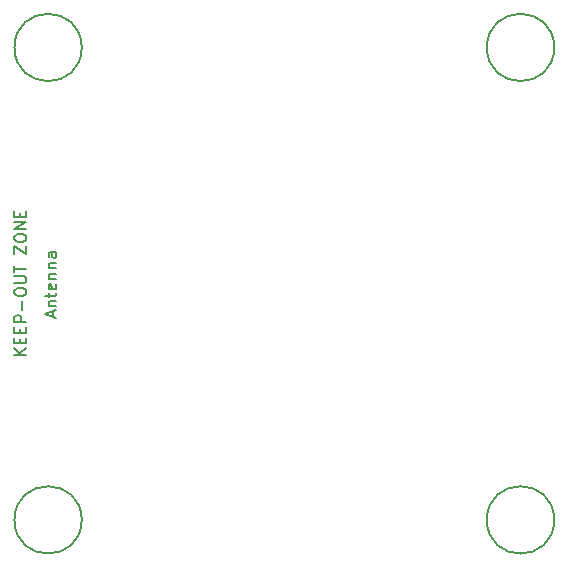
<source format=gbr>
%TF.GenerationSoftware,KiCad,Pcbnew,8.0.4*%
%TF.CreationDate,2024-07-28T20:40:06+02:00*%
%TF.ProjectId,DCWiFiSwitch,44435769-4669-4537-9769-7463682e6b69,rev?*%
%TF.SameCoordinates,Original*%
%TF.FileFunction,Other,Comment*%
%FSLAX46Y46*%
G04 Gerber Fmt 4.6, Leading zero omitted, Abs format (unit mm)*
G04 Created by KiCad (PCBNEW 8.0.4) date 2024-07-28 20:40:06*
%MOMM*%
%LPD*%
G01*
G04 APERTURE LIST*
%ADD10C,0.150000*%
G04 APERTURE END LIST*
D10*
X95419104Y-67821904D02*
X95419104Y-67345714D01*
X95704819Y-67917142D02*
X94704819Y-67583809D01*
X94704819Y-67583809D02*
X95704819Y-67250476D01*
X95038152Y-66917142D02*
X95704819Y-66917142D01*
X95133390Y-66917142D02*
X95085771Y-66869523D01*
X95085771Y-66869523D02*
X95038152Y-66774285D01*
X95038152Y-66774285D02*
X95038152Y-66631428D01*
X95038152Y-66631428D02*
X95085771Y-66536190D01*
X95085771Y-66536190D02*
X95181009Y-66488571D01*
X95181009Y-66488571D02*
X95704819Y-66488571D01*
X95038152Y-66155237D02*
X95038152Y-65774285D01*
X94704819Y-66012380D02*
X95561961Y-66012380D01*
X95561961Y-66012380D02*
X95657200Y-65964761D01*
X95657200Y-65964761D02*
X95704819Y-65869523D01*
X95704819Y-65869523D02*
X95704819Y-65774285D01*
X95657200Y-65059999D02*
X95704819Y-65155237D01*
X95704819Y-65155237D02*
X95704819Y-65345713D01*
X95704819Y-65345713D02*
X95657200Y-65440951D01*
X95657200Y-65440951D02*
X95561961Y-65488570D01*
X95561961Y-65488570D02*
X95181009Y-65488570D01*
X95181009Y-65488570D02*
X95085771Y-65440951D01*
X95085771Y-65440951D02*
X95038152Y-65345713D01*
X95038152Y-65345713D02*
X95038152Y-65155237D01*
X95038152Y-65155237D02*
X95085771Y-65059999D01*
X95085771Y-65059999D02*
X95181009Y-65012380D01*
X95181009Y-65012380D02*
X95276247Y-65012380D01*
X95276247Y-65012380D02*
X95371485Y-65488570D01*
X95038152Y-64583808D02*
X95704819Y-64583808D01*
X95133390Y-64583808D02*
X95085771Y-64536189D01*
X95085771Y-64536189D02*
X95038152Y-64440951D01*
X95038152Y-64440951D02*
X95038152Y-64298094D01*
X95038152Y-64298094D02*
X95085771Y-64202856D01*
X95085771Y-64202856D02*
X95181009Y-64155237D01*
X95181009Y-64155237D02*
X95704819Y-64155237D01*
X95038152Y-63679046D02*
X95704819Y-63679046D01*
X95133390Y-63679046D02*
X95085771Y-63631427D01*
X95085771Y-63631427D02*
X95038152Y-63536189D01*
X95038152Y-63536189D02*
X95038152Y-63393332D01*
X95038152Y-63393332D02*
X95085771Y-63298094D01*
X95085771Y-63298094D02*
X95181009Y-63250475D01*
X95181009Y-63250475D02*
X95704819Y-63250475D01*
X95704819Y-62345713D02*
X95181009Y-62345713D01*
X95181009Y-62345713D02*
X95085771Y-62393332D01*
X95085771Y-62393332D02*
X95038152Y-62488570D01*
X95038152Y-62488570D02*
X95038152Y-62679046D01*
X95038152Y-62679046D02*
X95085771Y-62774284D01*
X95657200Y-62345713D02*
X95704819Y-62440951D01*
X95704819Y-62440951D02*
X95704819Y-62679046D01*
X95704819Y-62679046D02*
X95657200Y-62774284D01*
X95657200Y-62774284D02*
X95561961Y-62821903D01*
X95561961Y-62821903D02*
X95466723Y-62821903D01*
X95466723Y-62821903D02*
X95371485Y-62774284D01*
X95371485Y-62774284D02*
X95323866Y-62679046D01*
X95323866Y-62679046D02*
X95323866Y-62440951D01*
X95323866Y-62440951D02*
X95276247Y-62345713D01*
X93154819Y-71041428D02*
X92154819Y-71041428D01*
X93154819Y-70470000D02*
X92583390Y-70898571D01*
X92154819Y-70470000D02*
X92726247Y-71041428D01*
X92631009Y-70041428D02*
X92631009Y-69708095D01*
X93154819Y-69565238D02*
X93154819Y-70041428D01*
X93154819Y-70041428D02*
X92154819Y-70041428D01*
X92154819Y-70041428D02*
X92154819Y-69565238D01*
X92631009Y-69136666D02*
X92631009Y-68803333D01*
X93154819Y-68660476D02*
X93154819Y-69136666D01*
X93154819Y-69136666D02*
X92154819Y-69136666D01*
X92154819Y-69136666D02*
X92154819Y-68660476D01*
X93154819Y-68231904D02*
X92154819Y-68231904D01*
X92154819Y-68231904D02*
X92154819Y-67850952D01*
X92154819Y-67850952D02*
X92202438Y-67755714D01*
X92202438Y-67755714D02*
X92250057Y-67708095D01*
X92250057Y-67708095D02*
X92345295Y-67660476D01*
X92345295Y-67660476D02*
X92488152Y-67660476D01*
X92488152Y-67660476D02*
X92583390Y-67708095D01*
X92583390Y-67708095D02*
X92631009Y-67755714D01*
X92631009Y-67755714D02*
X92678628Y-67850952D01*
X92678628Y-67850952D02*
X92678628Y-68231904D01*
X92773866Y-67231904D02*
X92773866Y-66470000D01*
X92154819Y-65803333D02*
X92154819Y-65612857D01*
X92154819Y-65612857D02*
X92202438Y-65517619D01*
X92202438Y-65517619D02*
X92297676Y-65422381D01*
X92297676Y-65422381D02*
X92488152Y-65374762D01*
X92488152Y-65374762D02*
X92821485Y-65374762D01*
X92821485Y-65374762D02*
X93011961Y-65422381D01*
X93011961Y-65422381D02*
X93107200Y-65517619D01*
X93107200Y-65517619D02*
X93154819Y-65612857D01*
X93154819Y-65612857D02*
X93154819Y-65803333D01*
X93154819Y-65803333D02*
X93107200Y-65898571D01*
X93107200Y-65898571D02*
X93011961Y-65993809D01*
X93011961Y-65993809D02*
X92821485Y-66041428D01*
X92821485Y-66041428D02*
X92488152Y-66041428D01*
X92488152Y-66041428D02*
X92297676Y-65993809D01*
X92297676Y-65993809D02*
X92202438Y-65898571D01*
X92202438Y-65898571D02*
X92154819Y-65803333D01*
X92154819Y-64946190D02*
X92964342Y-64946190D01*
X92964342Y-64946190D02*
X93059580Y-64898571D01*
X93059580Y-64898571D02*
X93107200Y-64850952D01*
X93107200Y-64850952D02*
X93154819Y-64755714D01*
X93154819Y-64755714D02*
X93154819Y-64565238D01*
X93154819Y-64565238D02*
X93107200Y-64470000D01*
X93107200Y-64470000D02*
X93059580Y-64422381D01*
X93059580Y-64422381D02*
X92964342Y-64374762D01*
X92964342Y-64374762D02*
X92154819Y-64374762D01*
X92154819Y-64041428D02*
X92154819Y-63470000D01*
X93154819Y-63755714D02*
X92154819Y-63755714D01*
X92154819Y-62469999D02*
X92154819Y-61803333D01*
X92154819Y-61803333D02*
X93154819Y-62469999D01*
X93154819Y-62469999D02*
X93154819Y-61803333D01*
X92154819Y-61231904D02*
X92154819Y-61041428D01*
X92154819Y-61041428D02*
X92202438Y-60946190D01*
X92202438Y-60946190D02*
X92297676Y-60850952D01*
X92297676Y-60850952D02*
X92488152Y-60803333D01*
X92488152Y-60803333D02*
X92821485Y-60803333D01*
X92821485Y-60803333D02*
X93011961Y-60850952D01*
X93011961Y-60850952D02*
X93107200Y-60946190D01*
X93107200Y-60946190D02*
X93154819Y-61041428D01*
X93154819Y-61041428D02*
X93154819Y-61231904D01*
X93154819Y-61231904D02*
X93107200Y-61327142D01*
X93107200Y-61327142D02*
X93011961Y-61422380D01*
X93011961Y-61422380D02*
X92821485Y-61469999D01*
X92821485Y-61469999D02*
X92488152Y-61469999D01*
X92488152Y-61469999D02*
X92297676Y-61422380D01*
X92297676Y-61422380D02*
X92202438Y-61327142D01*
X92202438Y-61327142D02*
X92154819Y-61231904D01*
X93154819Y-60374761D02*
X92154819Y-60374761D01*
X92154819Y-60374761D02*
X93154819Y-59803333D01*
X93154819Y-59803333D02*
X92154819Y-59803333D01*
X92631009Y-59327142D02*
X92631009Y-58993809D01*
X93154819Y-58850952D02*
X93154819Y-59327142D01*
X93154819Y-59327142D02*
X92154819Y-59327142D01*
X92154819Y-59327142D02*
X92154819Y-58850952D01*
%TO.C,H3*%
X137850000Y-45000000D02*
G75*
G02*
X132150000Y-45000000I-2850000J0D01*
G01*
X132150000Y-45000000D02*
G75*
G02*
X137850000Y-45000000I2850000J0D01*
G01*
%TO.C,H4*%
X137850000Y-85000000D02*
G75*
G02*
X132150000Y-85000000I-2850000J0D01*
G01*
X132150000Y-85000000D02*
G75*
G02*
X137850000Y-85000000I2850000J0D01*
G01*
%TO.C,H1*%
X97850000Y-45000000D02*
G75*
G02*
X92150000Y-45000000I-2850000J0D01*
G01*
X92150000Y-45000000D02*
G75*
G02*
X97850000Y-45000000I2850000J0D01*
G01*
%TO.C,H2*%
X97850000Y-85000000D02*
G75*
G02*
X92150000Y-85000000I-2850000J0D01*
G01*
X92150000Y-85000000D02*
G75*
G02*
X97850000Y-85000000I2850000J0D01*
G01*
%TD*%
M02*

</source>
